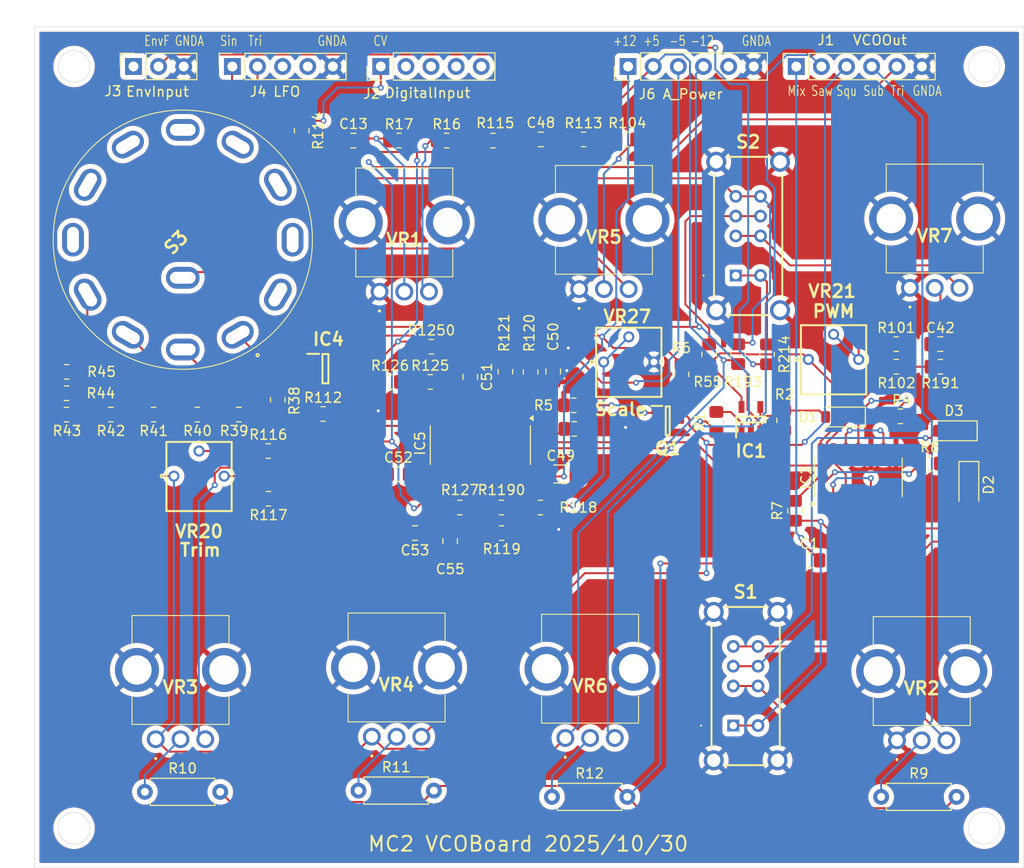
<source format=kicad_pcb>
(kicad_pcb (version 20241229) (generator "pcbnew") (generator_version "9.0")
  (layers (0 "F.Cu" signal) (2 "B.Cu" signal) (13 "F.Paste" user) (15 "B.Paste" user) (5 "F.SilkS" user "F.Silkscreen") (7 "B.SilkS" user "B.Silkscreen") (1 "F.Mask" user) (3 "B.Mask" user) (25 "Edge.Cuts" user))
  (net 0 "")
  (net 1 "VCOWave")
  (net 2 "Net-(C1-Pad1)")
  (net 3 "Net-(VR1-WIPER)")
  (net 4 "GNDA")
  (net 5 "Vpwm")
  (net 6 "Net-(C48-Pad2)")
  (net 7 "+12VA")
  (net 8 "-5VA")
  (net 9 "Net-(C51-Pad2)")
  (net 10 "Net-(C52-Pad2)")
  (net 11 "Net-(C53-Pad2)")
  (net 12 "Net-(C55-Pad2)")
  (net 13 "Net-(D1-A)")
  (net 14 "Net-(D1-K)")
  (net 15 "Sub2octPW")
  (net 16 "Sub1oct")
  (net 17 "Sub2oct")
  (net 18 "-12VA")
  (net 19 "+5VA")
  (net 20 "Net-(IC1-INPUT_+)")
  (net 21 "Net-(IC2A-D)")
  (net 22 "Net-(IC2A-C)")
  (net 23 "Net-(IC2A-Q)")
  (net 24 "Net-(IC2B-D)")
  (net 25 "Net-(IC4-INPUT_-)")
  (net 26 "RANGE_C")
  (net 27 "Vtri")
  (net 28 "Vso")
  (net 29 "VP")
  (net 30 "Net-(IC5-Pad14)")
  (net 31 "Net-(IC5-Pad1)")
  (net 32 "Net-(IC5-Pad2)")
  (net 33 "Net-(IC5-Pad13)")
  (net 34 "Vfci")
  (net 35 "Net-(IC5-Pad7)")
  (net 36 "SubVP")
  (net 37 "VPseparate")
  (net 38 "Triangle")
  (net 39 "Square")
  (net 40 "Sine")
  (net 41 "Randum")
  (net 43 "EnvFlt")
  (net 45 "CV")
  (net 49 "Net-(Q1-B)")
  (net 50 "Net-(VR2-WIPER)")
  (net 51 "Net-(VR3-WIPER)")
  (net 52 "Net-(VR4-WIPER)")
  (net 53 "Net-(VR6-WIPER)")
  (net 54 "Net-(VR1-CW)")
  (net 55 "RANGE_16")
  (net 56 "RANGE_8")
  (net 57 "RANGE_4")
  (net 58 "RANGE_2")
  (net 59 "Net-(R42-Pad2)")
  (net 60 "PWM_S_MAN")
  (net 61 "Net-(VR21-CW)")
  (net 62 "Net-(R101-Pad1)")
  (net 63 "Net-(VR5-WIPER)")
  (net 64 "Net-(VR20-WIPER)")
  (net 65 "Net-(VR20-CW)")
  (net 66 "Net-(VR27-CCW)")
  (net 67 "Net-(R119-Pad2)")
  (net 68 "Net-(R125-Pad1)")
  (net 69 "Net-(VR7-WIPER)")
  (net 70 "PWM_S_ENV")
  (net 71 "PWMSource")
  (net 76 "unconnected-(S3-NO_9-Pad9)")
  (footprint "Resistor_SMD:R_0805_2012Metric_Pad1.20x1.40mm_HandSolder" (layer "F.Cu") (at 113.009 54.489 -90)
    (property "Reference" "R114")
    (property "Value" "0805W8F1003T5E")
  )
  (footprint "Resistor_SMD:R_0805_2012Metric_Pad1.20x1.40mm_HandSolder" (layer "F.Cu") (at 106.664 83.185 180)
    (property "Reference" "R39")
    (property "Value" "0805W8F2003T5E")
  )
  (footprint "Resistor_SMD:R_0805_2012Metric_Pad1.20x1.40mm_HandSolder" (layer "F.Cu") (at 161.777 83.778 90)
    (property "Reference" "R2")
    (property "Value" "0805w8f4703t5e")
  )
  (footprint "Connector_PinSocket_2.54mm:PinSocket_1x03_P2.54mm_Vertical" (layer "F.Cu") (at 96 48 90)
    (property "Reference" "J3")
    (property "Value" "EnvInput")
  )
  (footprint "Resistor_THT:R_Axial_DIN0207_L6.3mm_D2.5mm_P7.62mm_Horizontal" (layer "F.Cu") (at 138.303 121.827)
    (property "Reference" "R12")
    (property "Value" "470K")
  )
  (footprint "Resistor_SMD:R_0805_2012Metric_Pad1.20x1.40mm_HandSolder" (layer "F.Cu") (at 177.565 78.349 180)
    (property "Reference" "R191")
    (property "Value" "0805W8F1003T5E")
  )
  (footprint "Resistor_SMD:R_0805_2012Metric_Pad1.20x1.40mm_HandSolder" (layer "F.Cu") (at 126.111 76.327)
    (property "Reference" "R1250")
    (property "Value" "0805W8F4703T5E")
  )
  (footprint "Capacitor_SMD:C_0805_2012Metric_Pad1.18x1.45mm_HandSolder" (layer "F.Cu") (at 130.048 79.375 -90)
    (property "Reference" "C51")
    (property "Value" "CL21B103KBANNNC")
  )
  (footprint "Resistor_SMD:R_0805_2012Metric_Pad1.20x1.40mm_HandSolder" (layer "F.Cu") (at 141.497 55.372 180)
    (property "Reference" "R113")
    (property "Value" "0805W8F5600T5E")
  )
  (footprint "Resistor_SMD:R_0805_2012Metric_Pad1.20x1.40mm_HandSolder" (layer "F.Cu") (at 133.2005 95.163)
    (property "Reference" "R1190")
    (property "Value" "0805W8F4703T5E")
  )
  (footprint "Resistor_SMD:R_0805_2012Metric_Pad1.20x1.40mm_HandSolder" (layer "F.Cu") (at 115.169 83.124)
    (property "Reference" "R112")
    (property "Value" "0805W8F1003T5E")
  )
  (footprint "Resistor_SMD:R_0805_2012Metric_Pad1.20x1.40mm_HandSolder" (layer "F.Cu") (at 133.2005 92.583 180)
    (property "Reference" "R119")
    (property "Value" "0805W8F1004T5E")
  )
  (footprint "Resistor_SMD:R_0805_2012Metric_Pad1.20x1.40mm_HandSolder" (layer "F.Cu") (at 89.233 81.026 180)
    (property "Reference" "R44")
    (property "Value" "0805W8F2003T5E")
  )
  (footprint "Capacitor_SMD:C_0805_2012Metric_Pad1.18x1.45mm_HandSolder" (layer "F.Cu") (at 138.43 78.8295 90)
    (property "Reference" "C50")
    (property "Value" "CL21A225KBQNNNE")
  )
  (footprint "SamacSys_parts:SOT95P282X145-5N" (layer "F.Cu") (at 115.407 78.547)
    (property "Reference" "IC4")
    (property "Value" "AS321KTR-G1" (hide yes))
  )
  (footprint "SamacSys_parts:RK09D117000B" (layer "F.Cu") (at 174.493 70.373)
    (property "Reference" "VR7")
    (property "Value" "PWM Duty10KB" (hide yes))
  )
  (footprint "Resistor_SMD:R_0805_2012Metric_Pad1.20x1.40mm_HandSolder" (layer "F.Cu") (at 173.5328 83.3628 180)
    (property "Reference" "R4")
    (property "Value" "0805W8F4702T5E")
  )
  (footprint "Resistor_SMD:R_0805_2012Metric_Pad1.20x1.40mm_HandSolder" (layer "F.Cu") (at 127.67 55.489)
    (property "Reference" "R16")
    (property "Value" "0805W8F1002T5E")
  )
  (footprint "SamacSys_parts:3362P_1" (layer "F.Cu") (at 146.069 81.397)
    (property "Reference" "VR27")
    (property "Value" "3362P-1-501LF" (hide yes))
  )
  (footprint "Resistor_SMD:R_0805_2012Metric_Pad1.20x1.40mm_HandSolder" (layer "F.Cu") (at 151.403 79.111 90)
    (property "Reference" "R6")
    (property "Value" "0805W8F6802T5E")
  )
  (footprint "Resistor_SMD:R_0805_2012Metric_Pad1.20x1.40mm_HandSolder" (layer "F.Cu") (at 137.1375 92.583)
    (property "Reference" "R118")
    (property "Value" "0805W8F1501T5E")
  )
  (footprint "SamacSys_parts:RK09D117000B" (layer "F.Cu") (at 141.055 70.5)
    (property "Reference" "VR5")
    (property "Value" "Mod 100KA" (hide yes))
  )
  (footprint "SamacSys_parts:MS2301L6" (layer "F.Cu") (at 156.631 114.619 90)
    (property "Reference" "S1")
    (property "Value" "MS2301L6" (hide yes))
  )
  (footprint "Resistor_SMD:R_0805_2012Metric_Pad1.20x1.40mm_HandSolder" (layer "F.Cu") (at 136.144 78.867 -90)
    (property "Reference" "R120")
    (property "Value" "0805W8F2702T5E")
  )
  (footprint "SamacSys_parts:3362P_1" (layer "F.Cu") (at 166.77 81.143)
    (property "Reference" "VR21")
    (property "Value" "3362P-1-503LF" (hide yes))
  )
  (footprint "Resistor_SMD:R_0805_2012Metric_Pad1.20x1.40mm_HandSolder" (layer "F.Cu") (at 98.044 83.185 180)
    (property "Reference" "R41")
    (property "Value" "0805W8F2003T5E")
  )
  (footprint "Resistor_SMD:R_0805_2012Metric_Pad1.20x1.40mm_HandSolder" (layer "F.Cu") (at 109.632 86.868)
    (property "Reference" "R116")
    (property "Value" "0805W8F1003T5E")
  )
  (footprint "Resistor_SMD:R_0805_2012Metric_Pad1.20x1.40mm_HandSolder" (layer "F.Cu") (at 140.5636 84.6328)
    (property "Reference" "R3" (hide yes))
    (property "Value" "0805W8F1002T5E")
  )
  (footprint "Resistor_THT:R_Axial_DIN0207_L6.3mm_D2.5mm_P7.62mm_Horizontal" (layer "F.Cu") (at 118.745 121.192)
    (property "Reference" "R11")
    (property "Value" "470K")
  )
  (footprint "Resistor_SMD:R_0805_2012Metric_Pad1.20x1.40mm_HandSolder" (layer "F.Cu") (at 154.197 77.095 -90)
    (property "Reference" "R55")
    (property "Value" "0805W8F5102T5E")
  )
  (footprint "Resistor_SMD:R_0805_2012Metric_Pad1.20x1.40mm_HandSolder" (layer "F.Cu") (at 133.604 78.851 -90)
    (property "Reference" "R121")
    (property "Value" "0805W8F5601T5E")
  )
  (footprint "Resistor_SMD:R_0805_2012Metric_Pad1.20x1.40mm_HandSolder" (layer "F.Cu") (at 109.648 91.694 180)
    (property "Reference" "R117")
    (property "Value" "0805W8F2203T5E")
  )
  (footprint "Capacitor_SMD:C_1206_3216Metric_Pad1.33x1.80mm_HandSolder" (layer "F.Cu") (at 139.192 89.194)
    (property "Reference" "C49")
    (property "Value" "GRM31CR71E106KA12")
  )
  (footprint "SamacSys_parts:RK09D117000B" (layer "F.Cu") (at 98.256 116)
    (property "Reference" "VR3")
    (property "Value" "Triangle 100KB" (hide yes))
  )
  (footprint "SamacSys_parts:RK09D117000B" (layer "F.Cu") (at 120.1 115.746)
    (property "Reference" "VR4")
    (property "Value" "Square 10KB" (hide yes))
  )
  (footprint "Capacitor_SMD:C_0805_2012Metric_Pad1.18x1.45mm_HandSolder" (layer "F.Cu") (at 177.565 76.063 180)
    (property "Reference" "C42")
    (property "Value" "CL21B103KBANNNC")
  )
  (footprint "Capacitor_SMD:C_0805_2012Metric_Pad1.18x1.45mm_HandSolder" (layer "F.Cu") (at 118.2345 55.489)
    (property "Reference" "C13")
    (property "Value" "CL21B102KBCNNNC")
  )
  (footprint "Resistor_SMD:R_0805_2012Metric_Pad1.20x1.40mm_HandSolder" (layer "F.Cu") (at 122.844 55.489)
    (property "Reference" "R17")
    (property "Value" "0805W8F1004T5E")
  )
  (footprint "SamacSys_parts:RK09D117000B" (layer "F.Cu") (at 173.181 116.112)
    (property "Reference" "VR2")
    (property "Value" "SubSquare 10KB" (hide yes))
  )
  (footprint "SamacSys_parts:SOT95P240X115-3N" (layer "F.Cu") (at 150.006 83.81)
    (property "Reference" "Q1")
    (property "Value" "SS8050(RANGE:200-350)" (hide yes))
  )
  (footprint "Resistor_SMD:R_0805_2012Metric_Pad1.20x1.40mm_HandSolder" (layer "F.Cu") (at 157.118 77.079 -90)
    (property "Reference" "R193")
    (property "Value" "0805W8F3302T5E")
  )
  (footprint "Resistor_THT:R_Axial_DIN0207_L6.3mm_D2.5mm_P7.62mm_Horizontal" (layer "F.Cu") (at 171.577 121.827)
    (property "Reference" "R9")
    (property "Value" "1M")
  )
  (footprint "Resistor_SMD:R_0805_2012Metric_Pad1.20x1.40mm_HandSolder" (layer "F.Cu") (at 110.5916 81.6864 90)
    (property "Reference" "R38")
    (property "Value" "0805W8F2003T5E")
  )
  (footprint "Resistor_SMD:R_0805_2012Metric_Pad1.20x1.40mm_HandSolder" (layer "F.Cu") (at 128.9935 92.583 180)
    (property "Reference" "R127")
    (property "Value" "0805W8F5600T5E")
  )
  (footprint "Resistor_SMD:R_0805_2012Metric_Pad1.20x1.40mm_HandSolder" (layer "F.Cu") (at 173.12 78.349 180)
    (property "Reference" "R102")
    (property "Value" "0805W8F4703T5E")
  )
  (footprint "Connector_PinSocket_2.54mm:PinSocket_1x05_P2.54mm_Vertical" (layer "F.Cu") (at 106 48 90)
    (property "Reference" "J4")
    (property "Value" "LFO")
  )
  (footprint "Resistor_SMD:R_0805_2012Metric_Pad1.20x1.40mm_HandSolder" (layer "F.Cu") (at 176.509 88.128)
    (property "Reference" "R8")
    (property "Value" "0805W8F4702T5E" (hide yes))
  )
  (footprint "Resistor_SMD:R_0805_2012Metric_Pad1.20x1.40mm_HandSolder" (layer "F.Cu") (at 162.8648 92.9132 -90)
    (property "Reference" "R7")
    (property "Value" "0805W8F4702T5E")
  )
  (footprint "Resistor_SMD:R_0805_2012Metric_Pad1.20x1.40mm_HandSolder" (layer "F.Cu") (at 89.249 78.867 180)
    (property "Reference" "R45")
    (property "Value" "0805W8F2003T5E")
  )
  (footprint "Resistor_SMD:R_0805_2012Metric_Pad1.20x1.40mm_HandSolder" (layer "F.Cu") (at 93.726 83.185 180)
    (property "Reference" "R42")
    (property "Value" "0805W8F2003T5E")
  )
  (footprint "Capacitor_SMD:C_0805_2012Metric_Pad1.18x1.45mm_HandSolder" (layer "F.Cu") (at 128.016 95.9827 90)
    (property "Reference" "C55")
    (property "Value" "CL21B103KBANNNC")
  )
  (footprint "Resistor_SMD:R_0805_2012Metric_Pad1.20x1.40mm_HandSolder" (layer "F.Cu") (at 121.936 79.883)
    (property "Reference" "R126")
    (property "Value" "0805W8F1002T5E")
  )
  (footprint "SamacSys_parts:3362P_1" (layer "F.Cu") (at 102.632 92.938)
    (property "Reference" "VR20")
    (property "Value" "3362P-1-503LF" (hide yes))
  )
  (footprint "SamacSys_parts:Cosland_RS-2688-0112-38N" (layer "F.Cu") (at 106.5404 75.1197 45)
    (property "Reference" "S3")
    (property "Value" "Cosland_RS-2688-0112-38N" (hide yes))
  )
  (footprint "Capacitor_SMD:C_0805_2012Metric_Pad1.18x1.45mm_HandSolder" (layer "F.Cu") (at 122.7836 89.2048)
    (property "Reference" "C52")
    (property "Value" "CL21B103KBANNNC")
  )
  (footprint "Diode_SMD:D_SOD-123" (layer "F.Cu") (at 180.446 90.288 -90)
    (property "Reference" "D2")
    (property "Value" "1N4148W")
  )
  (footprint "SamacSys_parts:MS2301L6" (layer "F.Cu") (at 156.885 69.124 90)
    (property "Reference" "S2")
    (property "Value" "MS2301L6" (hide yes))
  )
  (footprint "Package_SO:SOIC-14_3.9x8.7mm_P1.27mm" (layer "F.Cu") (at 169.27 89.525 90)
    (property "Reference" "IC2")
    (property "Value" "HEF4013BT,653")
  )
  (footprint "SamacSys_parts:RK09D117000B" (layer "F.Cu") (at 139.658 115.873)
    (property "Reference" "VR6")
    (property "Value" "Saw 100KB" (hide yes))
  )
  (footprint "Capacitor_SMD:C_0805_2012Metric_Pad1.18x1.45mm_HandSolder" (layer "F.Cu") (at 137.179 55.372)
    (property "Reference" "C48")
    (property "Value" "CL21B103KBANNNC")
  )
  (footprint "Capacitor_SMD:C_0805_2012Metric_Pad1.18x1.45mm_HandSolder" (layer "F.Cu") (at 124.46 95.163)
    (property "Reference" "C53")
    (property "Value" "ECH-U1H102GX5")
  )
  (footprint "Capacitor_SMD:C_0805_2012Metric_Pad1.18x1.45mm_HandSolder" (layer "F.Cu") (at 164.3165 97.917)
    (property "Reference" "C1")
    (property "Value" "CL21A106KAYNNNE")
  )
  (footprint "Diode_SMD:D_SOD-123" (layer "F.Cu") (at 167.619 83.429 180)
    (property "Reference" "D1")
    (property "Value" "1N4148W")
  )
  (footprint "SamacSys_parts:SOT95P282X145-5N" (layer "F.Cu") (at 158.414 83.671 90)
    (property "Reference" "IC1")
    (property "Value" "AS321KTR-G1" (hide yes))
  )
  (footprint "Resistor_SMD:R_0805_2012Metric_Pad1.20x1.40mm_HandSolder" (layer "F.Cu") (at 154.919 83.921 90)
    (property "Reference" "R1")
    (property "Value" "0805W8F3302T5E")
  )
  (footprint "Resistor_SMD:R_0805_2012Metric_Pad1.20x1.40mm_HandSolder" (layer "F.Cu") (at 126 79.883)
    (property "Reference" "R125")
    (property "Value" "0805W8F1004T5E")
  )
  (footprint "Resistor_SMD:R_0805_2012Metric_Pad1.20x1.40mm_HandSolder" (layer "F.Cu") (at 89.233 83.185 180)
    (property "Reference" "R43")
    (property "Value" "0805W8F2003T5E")
  )
  (footprint "Resistor_SMD:R_0805_2012Metric_Pad1.20x1.40mm_HandSolder" (layer "F.Cu") (at 140.5128 82.2452)
    (property "Reference" "R5")
    (property "Value" "0805W8F1001T5E")
  )
  (footprint "Resistor_SMD:R_0805_2012Metric_Pad1.20x1.40mm_HandSolder" (layer "F.Cu") (at 160.039 77.095 90)
    (property "Reference" "R214")
    (property "Value" "0805W8F1002T5E")
  )
  (footprint "Resistor_THT:R_Axial_DIN0207_L6.3mm_D2.5mm_P7.62mm_Horizontal" (layer "F.Cu") (at 97.155 121.319)
    (property "Reference" "R10")
    (property "Value" "390K")
  )
  (footprint "Connector_PinHeader_2.54mm:PinHeader_1x05_P2.54mm_Vertical" (layer "F.Cu") (at 121 48 90)
    (property "Reference" "J2")
    (property "Value" "DigitalInput")
  )
  (footprint "Package_SO:SOP-16_3.9x9.9mm_P1.27mm" (layer "F.Cu") (at 131.064 86.273 -90)
    (property "Reference" "IC5")
    (property "Value" "V3340M")
  )
  (footprint "Diode_SMD:D_SOD-123" (layer "F.Cu") (at 178.922 84.826 180)
    (property "Reference" "D3")
    (property "Value" "1N4148W")
  )
  (footprint "Connector_PinHeader_2.54mm:PinHeader_1x06_P2.54mm_Vertical" (layer "F.Cu") (at 146 48 90)
    (property "Reference" "J6")
    (property "Value" "A_Power")
  )
  (footprint "Connector_PinSocket_2.54mm:PinSocket_1x06_P2.54mm_Vertical" (layer "F.Cu") (at 163 48.006 90)
    (property "Reference" "J1")
    (property "Value" "VCOOut")
  )
  (footprint "Resistor_SMD:R_0805_2012Metric_Pad1.20x1.40mm_HandSolder" (layer "F.Cu") (at 145.815 55.372 180)
    (property "Reference" "R104")
    (property "Value" "0805W8F2203T5E")
  )
  (footprint "Resistor_SMD:R_0805_2012Metric_Pad1.20x1.40mm_HandSolder" (layer "F.Cu") (at 102.473 83.185 180)
    (property "Reference" "R40")
    (property "Value" "0805W8F2003T5E")
  )
  (footprint "Resistor_SMD:R_0805_2012Metric_Pad1.20x1.40mm_HandSolder" (layer "F.Cu") (at 173.104 76.063)
    (property "Reference" "R101")
    (property "Value" "0805W8F5102T5E")
  )
  (footprint "SamacSys_parts:RK09D117000B" (layer "F.Cu") (at 120.876 70.7603)
    (property "Reference" "VR1")
    (property "Value" "Tune 10KB" (hide yes))
  )
  (footprint "Resistor_SMD:R_0805_2012Metric_Pad1.20x1.40mm_HandSolder" (layer "F.Cu") (at 132.353 55.489 180)
    (property "Reference" "R115")
    (property "Value" "0805W8F4703T5E")
  )
  (gr_circle (center 90 125) (end 91.6 125) (stroke (width 0.05)) (fill no) (layer "Edge.Cuts"))
  (gr_circle (center 182 125) (end 183.6 125) (stroke (width 0.05)) (fill no) (layer "Edge.Cuts"))
  (gr_circle (center 90 48) (end 91.6 48) (stroke (width 0.05)) (fill no) (layer "Edge.Cuts"))
  (gr_rect (start 86 44) (end 186 129) (stroke (width 0.05)) (fill no) (layer "Edge.Cuts"))
  (gr_circle (center 182 48) (end 183.6 48) (stroke (width 0.05)) (fill no) (layer "Edge.Cuts"))
  (gr_text "GNDA" (at 174.7012 51.054 0) (layer "F.SilkS") (effects (font (size 1 0.75) (thickness 0.1)) (justify left bottom)))
  (gr_text "Sin" (at 104.6988 46 0) (layer "F.SilkS") (effects (font (size 1 0.75) (thickness 0.1)) (justify left bottom)))
  (gr_text "Scale" (at 145.2372 82.6516 0) (layer "F.SilkS") (effects (font (size 1.27 1.27) (thickness 0.254))))
  (gr_text "EnvF" (at 97.028 46 0) (layer "F.SilkS") (effects (font (size 1 0.75) (thickness 0.1)) (justify left bottom)))
  (gr_text "GNDA" (at 157.4292 46 0) (layer "F.SilkS") (effects (font (size 1 0.75) (thickness 0.1)) (justify left bottom)))
  (gr_text "+12" (at 144.4244 46 0) (layer "F.SilkS") (effects (font (size 1 0.75) (thickness 0.1)) (justify left bottom)))
  (gr_text "GNDA" (at 100.1268 46 0) (layer "F.SilkS") (effects (font (size 1 0.75) (thickness 0.1)) (justify left bottom)))
  (gr_text "+5" (at 147.4724 46 0) (layer "F.SilkS") (effects (font (size 1 0.75) (thickness 0.1)) (justify left bottom)))
  (gr_text "Trim" (at 102.7684 96.8756 0) (layer "F.SilkS") (effects (font (size 1.27 1.27) (thickness 0.254))))
  (gr_text "GNDA" (at 114.554 46 0) (layer "F.SilkS") (effects (font (size 1 0.75) (thickness 0.1)) (justify left bottom)))
  (gr_text "Squ" (at 166.9796 51.054 0) (layer "F.SilkS") (effects (font (size 1 0.75) (thickness 0.1)) (justify left bottom)))
  (gr_text "CV" (at 120.1928 46 0) (layer "F.SilkS") (effects (font (size 1 0.75) (thickness 0.1)) (justify left bottom)))
  (gr_text "-5" (at 150.114 46 0) (layer "F.SilkS") (effects (font (size 1 0.75) (thickness 0.1)) (justify left bottom)))
  (gr_text "Tri" (at 107.5436 46 0) (layer "F.SilkS") (effects (font (size 1 0.75) (thickness 0.1)) (justify left bottom)))
  (gr_text "Mix" (at 162.052 51.054 0) (layer "F.SilkS") (effects (font (size 1 0.75) (thickness 0.1)) (justify left bottom)))
  (gr_text "Saw" (at 164.4396 51.054 0) (layer "F.SilkS") (effects (font (size 1 0.75) (thickness 0.1)) (justify left bottom)))
  (gr_text "Sub" (at 169.7228 51.054 0) (layer "F.SilkS") (effects (font (size 1 0.75) (thickness 0.1)) (justify left bottom)))
  (gr_text "Tri" (at 172.466 51.054 0) (layer "F.SilkS") (effects (font (size 1 0.75) (thickness 0.1)) (justify left bottom)))
  (gr_text "MC2 VCOBoard 2025/10/30" (at 119.5832 127.4572 0) (layer "F.SilkS") (effects (font (size 1.5 1.5) (thickness 0.2)) (justify left bottom)))
  (gr_text "-12" (at 152.2476 46 0) (layer "F.SilkS") (effects (font (size 1 0.75) (thickness 0.1)) (justify left bottom)))
  (gr_text "PWM" (at 166.77 72.7456 0) (layer "F.SilkS") (effects (font (size 1.27 1.27) (thickness 0.254))))
  (segment (start 165.437 98) (end 165.3955 97.9585) (width 0.2) (layer "F.Cu") (net 1))
  (segment (start 165.354 97.917) (end 163.4963 96.0593) (width 0.2) (layer "F.Cu") (net 1))
  (segment (start 165.3955 97.9585) (end 165.354 97.917) (width 0.2) (layer "F.Cu") (net 1))
  (segment (start 163.4963 96.0593) (end 163.4963 95.6481) (width 0.2) (layer "F.Cu") (net 1))
  (via (at 163.4963 95.6481) (size 0.6) (drill 0.3) (layers "F.Cu" "B.Cu") (net 1))
  (segment (start 163 95.1518) (end 163 48.006) (width 0.2) (layer "B.Cu") (net 1))
  (segment (start 163.4963 95.6481) (end 163 95.1518) (width 0.2) (layer "B.Cu") (net 1))
  (segment (start 125.217 122.34) (end 126.365 121.192) (width 0.2) (layer "F.Cu") (net 2))
  (segment (start 178.057 122.967) (end 179.197 121.827) (width 0.2) (layer "F.Cu") (net 2))
  (segment (start 105.796 122.34) (end 125.217 122.34) (width 0.2) (layer "F.Cu") (net 2))
  (segment (start 149.264 98.2311) (end 162.965 98.2311) (width 0.2) (layer "F.Cu") (net 2))
  (segment (start 126.365 121.192) (end 126.836 120.721) (width 0.2) (layer "F.Cu") (net 2))
  (segment (start 147.063 122.967) (end 178.057 122.967) (width 0.2) (layer "F.Cu") (net 2))
  (segment (start 126.836 120.721) (end 144.817 120.721) (width 0.2) (layer "F.Cu") (net 2))
  (segment (start 144.817 120.721) (end 145.923 121.827) (width 0.2) (layer "F.Cu") (net 2))
  (segment (start 145.923 121.827) (end 147.063 122.967) (width 0.2) (layer "F.Cu") (net 2))
  (segment (start 162.965 98.2311) (end 163.279 97.917) (width 0.2) (layer "F.Cu") (net 2))
  (segment (start 104.775 121.319) (end 105.796 122.34) (width 0.2) (layer "F.Cu") (net 2))
  (via (at 149.264 98.2311) (size 0.6) (drill 0.3) (layers "F.Cu" "B.Cu") (net 2))
  (segment (start 149.263 118.487) (end 149.263 98.2311) (width 0.2) (layer "B.Cu") (net 2))
  (segment (start 145.923 121.827) (end 149.263 118.487) (width 0.2) (layer "B.Cu") (net 2))
  (segment (start 149.263 98.2311) (end 149.264 98.2311) (width 0.2) (layer "B.Cu") (net 2))
  (segment (start 121.635 55.2801) (end 120.552 55.2801) (width 0.2) (layer "F.Cu") (net 3))
  (segment (start 120.552 55.2801) (end 119.481 55.2801) (width 0.2) (layer "F.Cu") (net 3))
  (segment (start 119.481 55.2801) (end 119.272 55.489) (width 0.2) (layer "F.Cu") (net 3))
  (segment (start 121.844 55.489) (end 121.635 55.2801) (width 0.2) (layer "F.Cu") (net 3))
  (via (at 120.552 55.2801) (size 0.6) (drill 0.3) (layers "F.Cu" "B.Cu") (net 3))
  (segment (start 123.376 58.1043) (end 120.552 55.2801) (width 0.2) (layer "B.Cu") (net 3))
  (segment (start 123.376 70.7603) (end 123.376 58.1043) (width 0.2) (layer "B.Cu") (net 3))
  (via (at 138.989 94.7928) (size 0.6) (drill 0.3) (layers "F.Cu" "B.Cu") (net 4))
  (via (at 139.802 78.74) (size 0.6) (drill 0.3) (layers "F.Cu" "B.Cu") (net 4))
  (via (at 145.745 84.4804) (size 0.6) (drill 0.3) (layers "F.Cu" "B.Cu") (net 4))
  (via (at 139.954 76.454) (size 0.6) (drill 0.3) (layers "F.Cu" "B.Cu") (net 4))
  (via (at 120.752 82.804) (size 0.6) (drill 0.3) (layers "F.Cu" "B.Cu") (net 4))
  (segment (start 176.528 77.1872) (end 176.5275 77.1867) (width 0.2) (layer "F.Cu") (net 5))
  (segment (start 170.555 80.7973) (end 168.349 83.0029) (width 0.2) (layer "F.Cu") (net 5))
  (segment (start 176.528 78.3115) (end 176.565 78.349) (width 0.2) (layer "F.Cu") (net 5))
  (segment (start 166.095 88.0509) (end 165.81 88.3362) (width 0.2) (layer "F.Cu") (net 5))
  (segment (start 138.328 85.4964) (end 131.717 85.4964) (width 0.2) (layer "F.Cu") (net 5))
  (segment (start 166.095 86.0086) (end 166.095 88.0509) (width 0.2) (layer "F.Cu") (net 5))
  (segment (start 171.672 80.7973) (end 170.555 80.7973) (width 0.2) (layer "F.Cu") (net 5))
  (segment (start 152.795 85.981) (end 138.813 85.981) (width 0.2) (layer "F.Cu") (net 5))
  (segment (start 155.15 88.3362) (end 152.795 85.981) (width 0.2) (layer "F.Cu") (net 5))
  (segment (start 176.528 77.1872) (end 176.528 78.3115) (width 0.2) (layer "F.Cu") (net 5))
  (segment (start 130.429 84.2086) (end 130.429 83.773) (width 0.2) (layer "F.Cu") (net 5))
  (segment (start 168.349 83.7546) (end 166.095 86.0086) (width 0.2) (layer "F.Cu") (net 5))
  (segment (start 174.12 78.349) (end 171.672 80.7973) (width 0.2) (layer "F.Cu") (net 5))
  (segment (start 176.565 78.349) (end 174.12 78.349) (width 0.2) (layer "F.Cu") (net 5))
  (segment (start 176.5275 77.1867) (end 176.5275 76.063) (width 0.2) (layer "F.Cu") (net 5))
  (segment (start 176.528 76.063) (end 176.528 77.1872) (width 0.2) (layer "F.Cu") (net 5))
  (segment (start 131.619 85.3986) (end 130.429 84.2086) (width 0.2) (layer "F.Cu") (net 5))
  (segment (start 165.81 88.3362) (end 155.15 88.3362) (width 0.2) (layer "F.Cu") (net 5))
  (segment (start 131.717 85.4964) (end 131.619 85.3986) (width 0.2) (layer "F.Cu") (net 5))
  (segment (start 168.349 83.0029) (end 168.349 83.7546) (width 0.2) (layer "F.Cu") (net 5))
  (segment (start 138.813 85.981) (end 138.328 85.4964) (width 0.2) (layer "F.Cu") (net 5))
  (segment (start 140.497 55.372) (end 138.216 55.372) (width 0.2) (layer "F.Cu") (net 6))
  (segment (start 137.6295 89.194) (end 137.062 89.194) (width 0.2) (layer "F.Cu") (net 7))
  (segment (start 165.46 85.8941) (end 165.46 87.05) (width 0.2) (layer "F.Cu") (net 7))
  (segment (start 157.713 77.095) (end 163.712 77.095) (width 0.2) (layer "F.Cu") (net 7))
  (segment (start 137.062 93.3201) (end 135.219 95.163) (width 0.2) (layer "F.Cu") (net 7))
  (segment (start 154.197 78.111) (end 154.197 78.095) (width 0.2) (layer "F.Cu") (net 7))
  (segment (start 154.197 78.111) (end 151.403 78.111) (width 0.2) (layer "F.Cu") (net 7))
  (segment (start 119.954 75.2018) (end 143.254 75.2018) (width 0.2) (layer "F.Cu") (net 7))
  (segment (start 157.464 81.378) (end 154.197 78.111) (width 0.2) (layer "F.Cu") (net 7))
  (segment (start 157.464 82.421) (end 157.464 81.378) (width 0.2) (layer "F.Cu") (net 7))
  (segment (start 164.23 77.613) (end 166.759 80.1416) (width 0.2) (layer "F.Cu") (net 7))
  (segment (start 139.519 89.437) (end 137.872 89.437) (width 0.2) (layer "F.Cu") (net 7))
  (segment (start 137.872 89.437) (end 137.63 89.194) (width 0.2) (layer "F.Cu") (net 7))
  (segment (start 134.2005 95.163) (end 134.2 95.163) (width 0.2) (layer "F.Cu") (net 7))
  (segment (start 135.219 95.163) (end 134.2005 95.163) (width 0.2) (layer "F.Cu") (net 7))
  (segment (start 149.746 76.454) (end 151.403 78.111) (width 0.2) (layer "F.Cu") (net 7))
  (segment (start 144.506 76.454) (end 149.746 76.454) (width 0.2) (layer "F.Cu") (net 7))
  (segment (start 163.712 77.095) (end 164.23 77.613) (width 0.2) (layer "F.Cu") (net 7))
  (segment (start 157.614 76.9962) (end 157.713 77.095) (width 0.2) (layer "F.Cu") (net 7))
  (segment (start 166.759 84.5955) (end 165.46 85.8941) (width 0.2) (layer "F.Cu") (net 7))
  (segment (start 137.062 89.194) (end 137.062 93.3201) (width 0.2) (layer "F.Cu") (net 7))
  (segment (start 137.63 89.194) (end 137.6295 89.194) (width 0.2) (layer "F.Cu") (net 7))
  (segment (start 155.296 76.9962) (end 157.614 76.9962) (width 0.2) (layer "F.Cu") (net 7))
  (segment (start 116.657 77.597) (end 117.559 77.597) (width 0.2) (layer "F.Cu") (net 7))
  (segment (start 166.759 80.1416) (end 166.759 84.5955) (width 0.2) (layer "F.Cu") (net 7))
  (segment (start 117.559 77.597) (end 119.954 75.2018) (width 0.2) (layer "F.Cu") (net 7))
  (segment (start 154.197 78.095) (end 155.296 76.9962) (width 0.2) (layer "F.Cu") (net 7))
  (segment (start 143.368 75.3166) (end 144.506 76.454) (width 0.2) (layer "F.Cu") (net 7))
  (segment (start 137.062 89.194) (end 135.93 89.194) (width 0.2) (layer "F.Cu") (net 7))
  (segment (start 135.93 89.194) (end 135.509 88.773) (width 0.2) (layer "F.Cu") (net 7))
  (segment (start 143.254 75.2018) (end 143.368 75.3166) (width 0.2) (layer "F.Cu") (net 7))
  (via (at 139.519 89.437) (size 0.6) (drill 0.3) (layers "F.Cu" "B.Cu") (net 7))
  (via (at 143.368 75.3166) (size 0.6) (drill 0.3) (layers "F.Cu" "B.Cu") (net 7))
  (segment (start 144.805 62.6246) (end 144.805 73.8801) (width 0.2) (layer "B.Cu") (net 7))
  (segment (start 143.368 76.4939) (end 139.519 80.343) (width 0.2) (layer "B.Cu") (net 7))
  (segment (start 143.368 75.3166) (end 143.368 76.4939) (width 0.2) (layer "B.Cu") (net 7))
  (segment (start 139.519 80.343) (end 139.519 89.437) (width 0.2) (layer "B.Cu") (net 7))
  (segment (start 144.805 73.8801) (end 143.368 75.3166) (width 0.2) (layer "B.Cu") (net 7))
  (segment (start 146 48) (end 146 61.4296) (width 0.2) (layer "B.Cu") (net 7))
  (segment (start 146 61.4296) (end 144.805 62.6246) (width 0.2) (layer "B.Cu") (net 7))
  (segment (start 133.604 77.851) (end 136.136 77.851) (width 0.2) (layer "F.Cu") (net 8))
  (segment (start 143.358 79.9592) (end 141.19 77.792) (width 0.2) (layer "F.Cu") (net 8))
  (segment (start 132.969 83.773) (end 132.563 83.3672) (width 0.2) (layer "F.Cu") (net 8))
  (segment (start 141.19 77.792) (end 138.43 77.792) (width 0.2) (layer "F.Cu") (net 8))
  (segment (start 136.144 77.859) (end 136.144 77.867) (width 0.2) (layer "F.Cu") (net 8))
  (segment (start 136.144 77.859) (end 138.363 77.859) (width 0.2) (layer "F.Cu") (net 8))
  (segment (start 146.812 79.9592) (end 143.358 79.9592) (width 0.2) (layer "F.Cu") (net 8))
  (segment (start 138.363 77.859) (end 138.43 77.792) (width 0.2) (layer "F.Cu") (net 8))
  (segment (start 136.136 77.851) (end 136.144 77.859) (width 0.2) (layer "F.Cu") (net 8))
  (segment (start 132.563 83.3672) (end 132.563 78.8918) (width 0.2) (layer "F.Cu") (net 8))
  (segment (start 132.563 78.8918) (end 133.604 77.851) (width 0.2) (layer "F.Cu") (net 8))
  (via (at 146.812 79.9592) (size 0.6) (drill 0.3) (layers "F.Cu" "B.Cu") (net 8))
  (segment (start 150.165 77.6682) (end 151.08 76.753) (width 0.2) (layer "B.Cu") (net 8))
  (segment (start 150.165 79.0956) (end 150.165 77.6682) (width 0.2) (layer "B.Cu") (net 8))
  (segment (start 146.964 79.8068) (end 149.454 79.8068) (width 0.2) (layer "B.Cu") (net 8))
  (segment (start 151.08 76.753) (end 151.08 48) (width 0.2) (layer "B.Cu") (net 8))
  (segment (start 149.454 79.8068) (end 150.165 79.0956) (width 0.2) (layer "B.Cu") (net 8))
  (segment (start 146.812 79.9592) (end 146.964 79.8068) (width 0.2) (layer "B.Cu") (net 8))
  (segment (start 129.159 81.3015) (end 130.048 80.4125) (width 0.2) (layer "F.Cu") (net 9))
  (segment (start 129.159 83.773) (end 129.159 81.3015) (width 0.2) (layer "F.Cu") (net 9))
  (segment (start 123.8211 89.2048) (end 126.187 89.2048) (width 0.2) (layer "F.Cu") (net 10))
  (segment (start 126.187 89.2048) (end 126.619 88.773) (width 0.2) (layer "F.Cu") (net 10))
  (segment (start 123.821 89.2048) (end 123.8211 89.2048) (width 0.2) (layer "F.Cu") (net 10))
  (segment (start 125.4975 95.163) (end 125.498 95.163) (width 0.2) (layer "F.Cu") (net 11))
  (segment (start 126.752 91.5895) (end 129.159 89.1823) (width 0.2) (layer "F.Cu") (net 11))
  (segment (start 129.159 89.1823) (end 129.159 88.773) (width 0.2) (layer "F.Cu") (net 11))
  (segment (start 126.752 93.9087) (end 126.752 91.5895) (width 0.2) (layer "F.Cu") (net 11))
  (segment (start 125.498 95.163) (end 126.752 93.9087) (width 0.2) (layer "F.Cu") (net 11))
  (segment (start 128.016 94.1646) (end 128.016 92.6055) (width 0.2) (layer "F.Cu") (net 12))
  (segment (start 128.016 94.1646) (end 127.975 94.2056) (width 0.2) (layer "F.Cu") (net 12))
  (segment (start 127.9935 92.583) (end 127.9938 92.583) (width 0.2) (layer "F.Cu") (net 12))
  (segment (start 127.9938 92.583) (end 128.005 92.5942) (width 0.2) (layer "F.Cu") (net 12))
  (segment (start 127.975 95.1442) (end 127.956 95.163) (width 0.2) (layer "F.Cu") (net 12))
  (segment (start 127.975 94.2056) (end 127.975 95.1442) (width 0.2) (layer "F.Cu") (net 12))
  (segment (start 128.005 92.5942) (end 127.994 92.583) (width 0.2) (layer "F.Cu") (net 12))
  (segment (start 128.016 92.6055) (end 128.005 92.5942) (width 0.2) (layer "F.Cu") (net 12))
  (segment (start 127.994 95.1255) (end 127.975 95.1442) (width 0.2) (layer "F.Cu") (net 12))
  (segment (start 128.016 94.9452) (end 128.016 94.1646) (width 0.2) (layer "F.Cu") (net 12))
  (segment (start 159.364 83.3227) (end 161.232 83.3227) (width 0.2) (layer "F.Cu") (net 13))
  (segment (start 165.969 83.429) (end 165.318 82.778) (width 0.2) (layer "F.Cu") (net 13))
  (segment (start 165.318 82.778) (end 161.777 82.778) (width 0.2) (layer "F.Cu") (net 13))
  (segment (start 159.364 82.421) (end 159.364 83.3227) (width 0.2) (layer "F.Cu") (net 13))
  (segment (start 161.232 83.3227) (end 161.777 82.778) (width 0.2) (layer "F.Cu") (net 13))
  (segment (start 174.142 81.7372) (end 172.533 83.3468) (width 0.2) (layer "F.Cu") (net 14))
  (segment (start 169.27 87.05) (end 169.27 83.43) (width 0.2) (layer "F.Cu") (net 14))
  (segment (start 169.27 83.43) (end 169.269 83.429) (width 0.2) (layer "F.Cu") (net 14))
  (segment (start 169.107 83.2672) (end 169.269 83.429) (width 0.2) (layer "F.Cu") (net 14))
  (segment (start 172.533 83.3468) (end 172.533 83.3628) (width 0.2) (layer "F.Cu") (net 14))
  (segment (start 172.5328 83.3628) (end 172.533 83.3628) (width 0.2) (layer "F.Cu") (net 14))
  (segment (start 170.586 81.788) (end 169.107 83.2672) (width 0.2) (layer "F.Cu") (net 14))
  (via (at 174.142 81.7372) (size 0.6) (drill 0.3) (layers "F.Cu" "B.Cu") (net 14))
  (via (at 170.586 81.788) (size 0.6) (drill 0.3) (layers "F.Cu" "B.Cu") (net 14))
  (segment (start 170.586 81.788) (end 174.092 81.788) (width 0.2) (layer "B.Cu") (net 14))
  (segment (start 174.092 81.788) (end 174.142 81.7372) (width 0.2) (layer "B.Cu") (net 14))
  (segment (start 175.19 98.3704) (end 175.19 97.5992) (width 0.2) (layer "F.Cu") (net 15))
  (segment (start 181.374 92.8355) (end 181.374 89.5656) (width 0.2) (layer "F.Cu") (net 15))
  (segment (start 178.181 96.0282) (end 181.374 92.8355) (width 0.2) (layer "F.Cu") (net 15))
  (segment (start 180.572 84.826) (end 180.446 84.952) (width 0.2) (layer "F.Cu") (net 15))
  (segment (start 176.761 96.0282) (end 178.181 96.0282) (width 0.2) (layer "F.Cu") (net 15))
  (segment (start 156.631 106.619) (end 159.131 106.619) (width 0.2) (layer "F.Cu") (net 15))
  (segment (start 166.941 106.619) (end 175.19 98.3704) (width 0.2) (layer "F.Cu") (net 15))
  (segment (start 181.374 89.5656) (end 180.446 88.638) (width 0.2) (layer "F.Cu") (net 15))
  (segment (start 159.131 106.619) (end 166.941 106.619) (width 0.2) (layer "F.Cu") (net 15))
  (segment (start 175.19 97.5992) (end 176.761 96.0282) (width 0.2) (layer "F.Cu") (net 15))
  (segment (start 180.446 84.952) (end 180.446 88.638) (width 0.2) (layer "F.Cu") (net 15))
  (segment (start 162.865 93.9132) (end 165.37 93.9132) (width 0.2) (layer "F.Cu") (net 16))
  (segment (start 180.446 91.938) (end 177.693 94.6912) (width 0.2) (layer "F.Cu") (net 16))
  (segment (start 162.8648 93.9132) (end 162.865 93.9132) (width 0.2) (layer "F.Cu") (net 16))
  (segment (start 177.693 94.6912) (end 166.148 94.6912) (width 0.2) (layer "F.Cu") (net 16))
  (segment (start 165.37 93.9132) (end 165.468 94.0102) (width 0.2) (layer "F.Cu") (net 16))
  (segment (start 156.631 114.619) (end 159.131 114.619) (width 0.2) (layer "F.Cu") (net 16))
  (segment (start 166.148 94.6912) (end 165.468 94.0102) (width 0.2) (layer "F.Cu") (net 16))
  (via (at 165.468 94.0102) (size 0.6) (drill 0.3) (layers "F.Cu" "B.Cu") (net 16))
  (segment (start 165.468 108.282) (end 165.468 94.0102) (width 0.2) (layer "B.Cu") (net 16))
  (segment (start 159.131 114.619) (end 165.468 108.282) (width 0.2) (layer "B.Cu") (net 16))
  (segment (start 177.509 85.063) (end 177.272 84.826) (width 0.2) (layer "F.Cu") (net 17))
  (segment (start 177.509 88.128) (end 177.509 85.063) (width 0.2) (layer "F.Cu") (net 17))
  (segment (start 159.131 108.619) (end 156.631 108.619) (width 0.2) (layer "F.Cu") (net 17))
  (segment (start 176.073 85.5522) (end 176.546 85.5522) (width 0.2) (layer "F.Cu") (net 17))
  (segment (start 176.546 85.5522) (end 177.272 84.826) (width 0.2) (layer "F.Cu") (net 17))
  (via (at 176.073 85.5522) (size 0.6) (drill 0.3) (layers "F.Cu" "B.Cu") (net 17))
  (segment (start 164.568 86.1305) (end 164.568 103.182) (width 0.2) (layer "B.Cu") (net 17))
  (segment (start 164.568 103.182) (end 159.131 108.619) (width 0.2) (layer "B.Cu") (net 17))
  (segment (start 165.146 85.5522) (end 164.568 86.1305) (width 0.2) (layer "B.Cu") (net 17))
  (segment (start 176.073 85.5522) (end 165.146 85.5522) (width 0.2) (layer "B.Cu") (net 17))
  (segment (start 114.157 78.547) (end 115.204 78.547) (width 0.2) (layer "F.Cu") (net 18))
  (segment (start 115.468 78.2828) (end 115.468 77.1144) (width 0.2) (layer "F.Cu") (net 18))
  (segment (start 115.468 77.1144) (end 118.266 74.3173) (width 0.2) (layer "F.Cu") (net 18))
  (segment (start 158.211 83.7738) (end 158.414 83.9766) (width 0.2) (layer "F.Cu") (net 18))
  (segment (start 118.266 74.3173) (end 153.196 74.3173) (width 0.2) (layer "F.Cu") (net 18))
  (segment (start 115.204 78.547) (end 115.468 78.2828) (width 0.2) (layer "F.Cu") (net 18))
  (segment (start 158.414 83.9766) (end 158.414 84.921) (width 0.2) (layer "F.Cu") (net 18))
  (via (at 153.196 74.3173) (size 0.6) (drill 0.3) (layers "F.Cu" "B.Cu") (net 18))
  (via (at 158.211 83.7738) (size 0.6) (drill 0.3) (layers "F.Cu" "B.Cu") (net 18))
  (segment (start 152.857 73.8103) (end 153.364 74.3173) (width 0.2) (layer "B.Cu") (net 18))
  (segment (start 158.211 79.1643) (end 158.211 83.7738) (width 0.2) (layer "B.Cu") (net 18))
  (segment (start 153.62 48) (end 152.857 48.7628) (width 0.2) (layer "B.Cu") (net 18))
  (segment (start 152.857 48.7628) (end 152.857 73.8103) (width 0.2) (layer "B.Cu") (net 18))
  (segment (start 153.196 74.3173) (end 153.364 74.3173) (width 0.2) (layer "B.Cu") (net 18))
  (segment (start 153.364 74.3173) (end 158.211 79.1643) (width 0.2) (layer "B.Cu") (net 18))
  (segment (start 157.118 78.079) (end 158.066 79.0267) (width 0.2) (layer "F.Cu") (net 19))
  (segment (start 156.728 77.6886) (end 157.118 78.079) (width 0.2) (layer "F.Cu") (net 19))
  (segment (start 120.1 115.746) (end 118.59 117.256) (width 0.2) (layer "F.Cu") (net 19))
  (segment (start 135.026 51.816) (end 131.353 55.489) (width 0.2) (layer "F.Cu") (net 19))
  (segment (start 148.54 48) (end 144.724 51.816) (width 0.2) (layer "F.Cu") (net 19))
  (segment (start 99.5117 117.256) (end 98.256 116) (width 0.2) (layer "F.Cu") (net 19))
  (segment (start 139.658 115.873) (end 138.563 116.968) (width 0.2) (layer "F.Cu") (net 19))
  (segment (start 88.233 78.883) (end 88.233 81.026) (width 0.2) (layer "F.Cu") (net 19))
  (segment (start 128.67 55.489) (end 131.353 55.489) (width 0.2) (layer "F.Cu") (net 19))
  (segment (start 159.364 84.002) (end 159.364 84.921) (width 0.2) (layer "F.Cu") (net 19))
  (segment (start 158.066 82.7037) (end 159.364 84.002) (width 0.2) (layer "F.Cu") (net 19))
  (segment (start 144.724 51.816) (end 135.026 51.816) (width 0.2) (layer "F.Cu") (net 19))
  (segment (start 121.322 116.968) (end 120.1 115.746) (width 0.2) (layer "F.Cu") (net 19))
  (segment (start 118.59 117.256) (end 99.5117 117.256) (width 0.2) (layer "F.Cu") (net 19))
  (segment (start 88.249 78.867) (end 88.233 78.883) (width 0.2) (layer "F.Cu") (net 19))
  (segment (start 155.658 77.6886) (end 156.728 77.6886) (width 0.2) (layer "F.Cu") (net 19))
  (segment (start 158.066 79.0267) (end 158.066 82.7037) (width 0.2) (layer "F.Cu") (net 19))
  (segment (start 94.456 89.408) (end 88.233 83.185) (width 0.2) (layer "F.Cu") (net 19))
  (segment (start 138.563 116.968) (end 121.322 116.968) (width 0.2) (layer "F.Cu") (net 19))
  (segment (start 100.092 89.408) (end 94.456 89.408) (width 0.2) (layer "F.Cu") (net 19))
  (segment (start 88.233 83.185) (end 88.233 81.026) (width 0.2) (layer "F.Cu") (net 19))
  (via (at 155.658 77.6886) (size 0.6) (drill 0.3) (layers "F.Cu" "B.Cu") (net 19))
  (segment (start 155.658 77.6886) (end 155.658 80.4476) (width 0.2) (layer "B.Cu") (net 19))
  (segment (start 152.251 74.2819) (end 155.658 77.6886) (width 0.2) (layer "B.Cu") (net 19))
  (segment (start 100.092 114.164) (end 98.256 116) (width 0.2) (layer "B.Cu") (net 19))
  (segment (start 140.958 95.1476) (end 140.958 114.573) (width 0.2) (layer "B.Cu") (net 19))
  (segment (start 149.747 46.7932) (end 151.558 46.7932) (width 0.2) (layer "B.Cu") (net 19))
  (segment (start 151.558 46.7932) (end 152.251 47.4866) (width 0.2) (layer "B.Cu") (net 19))
  (segment (start 140.958 114.573) (end 139.658 115.873) (width 0.2) (layer "B.Cu") (net 19))
  (segment (start 100.092 89.408) (end 100.092 114.164) (width 0.2) (layer "B.Cu") (net 19))
  (segment (start 152.251 47.4866) (end 152.251 74.2819) (width 0.2) (layer "B.Cu") (net 19))
  (segment (start 155.658 80.4476) (end 140.958 95.1476) (width 0.2) (layer "B.Cu") (net 19))
  (segment (start 148.54 48) (end 149.747 46.7932) (width 0.2) (layer "B.Cu") (net 19))
  (segment (start 157.464 84.921) (end 157.464 85.8227) (width 0.2) (layer "F.Cu") (net 20))
  (segment (start 160.732 85.8227) (end 161.777 84.778) (width 0.2) (layer "F.Cu") (net 20))
  (segment (start 154.919 82.921) (end 156.366 82.921) (width 0.2) (layer "F.Cu") (net 20))
  (segment (start 156.366 82.921) (end 157.464 84.0193) (width 0.2) (layer "F.Cu") (net 20))
  (segment (start 157.464 84.0193) (end 157.464 84.921) (width 0.2) (layer "F.Cu") (net 20))
  (segment (start 157.464 85.8227) (end 160.732 85.8227) (width 0.2) (layer "F.Cu") (net 20))
  (segment (start 170.54 92) (end 170.54 92.3884) (width 0.2) (layer "F.Cu") (net 21))
  (segment (start 166.73 90.276) (end 166.73 92) (width 0.2) (layer "F.Cu") (net 21))
  (segment (start 166.726 90.2716) (end 166.73 90.276) (width 0.2) (layer "F.Cu") (net 21))
  (segment (start 170.54 89.6156) (end 170.536 89.6112) (width 0.2) (layer "F.Cu") (net 21))
  (segment (start 170.54 92) (end 170.54 89.6156) (width 0.2) (layer "F.Cu") (net 21))
  (segment (start 166.73 92.4348) (end 166.73 92) (width 0.2) (layer "F.Cu") (net 21))
  (via (at 170.536 89.6112) (size 0.6) (drill 0.3) (layers "F.Cu" "B.Cu") (net 21))
  (via (at 166.726 90.2716) (size 0.6) (drill 0.3) (layers "F.Cu" "B.Cu") (net 21))
  (segment (start 166.726 90.0176) (end 166.726 90.2716) (width 0.2) (layer "B.Cu") (net 21))
  (segment (start 170.536 89.6112) (end 167.132 89.6112) (width 0.2) (layer "B.Cu") (net 21))
  (segment (start 167.132 89.6112) (end 166.726 90.0176) (width 0.2) (layer "B.Cu") (net 21))
  (segment (start 162.8648 91.9132) (end 162.865 91.9132) (width 0.2) (layer "F.Cu") (net 22))
  (segment (start 168 91.1396) (end 168 89.2252) (width 0.2) (layer "F.Cu") (net 22))
  (segment (start 167.996 91.1352) (end 168 91.1396) (width 0.2) (layer "F.Cu") (net 22))
  (segment (start 166.73 87.9552) (end 166.73 87.05) (width 0.2) (layer "F.Cu") (net 22))
  (segment (start 162.865 91.9132) (end 166.73 88.048) (width 0.2) (layer "F.Cu") (net 22))
  (segment (start 166.776 87.0964) (end 166.73 87.05) (width 0.2) (layer "F.Cu") (net 22))
  (segment (start 168 89.2252) (end 166.73 87.9552) (width 0.2) (layer "F.Cu") (net 22))
  (segment (start 168 92) (end 168 91.1396) (width 0.2) (layer "F.Cu") (net 22))
  (segment (start 166.73 88.048) (end 166.73 87.05) (width 0.2) (layer "F.Cu") (net 22))
  (segment (start 166.776 88.0016) (end 166.776 87.0964) (width 0.2) (layer "F.Cu") (net 22))
  (segment (start 166.903 89.0016) (end 165.46 90.445) (width 0.2) (layer "F.Cu") (net 23))
  (segment (start 174.432 89.2048) (end 175.509 88.128) (width 0.2) (layer "F.Cu") (net 23))
  (segment (start 165.46 90.445) (end 165.46 92) (width 0.2) (layer "F.Cu") (net 23))
  (segment (start 174.396 89.2048) (end 174.432 89.2048) (width 0.2) (layer "F.Cu") (net 23))
  (via (at 174.396 89.2048) (size 0.6) (drill 0.3) (layers "F.Cu" "B.Cu") (net 23))
  (via (at 166.903 89.0016) (size 0.6) (drill 0.3) (layers "F.Cu" "B.Cu") (net 23))
  (segment (start 174.193 89.0016) (end 174.396 89.2048) (width 0.2) (layer "B.Cu") (net 23))
  (segment (start 166.903 89.0016) (end 174.193 89.0016) (width 0.2) (layer "B.Cu") (net 23))
  (segment (start 171.81 85.0944) (end 171.81 87.05) (width 0.2) (layer "F.Cu") (net 24))
  (segment (start 171.501 84.7852) (end 171.81 85.0944) (width 0.2) (layer "F.Cu") (net 24))
  (segment (start 168 85.1872) (end 168 87.05) (width 0.2) (layer "F.Cu") (net 24))
  (segment (start 171.81 87.05) (end 171.81 87.4894) (width 0.2) (layer "F.Cu") (net 24))
  (segment (start 168 87.4299) (end 168 87.05) (width 0.2) (layer "F.Cu") (net 24))
  (segment (start 168.402 84.7852) (end 168 85.1872) (width 0.2) (layer "F.Cu") (net 24))
  (via (at 171.501 84.7852) (size 0.6) (drill 0.3) (layers "F.Cu" "B.Cu") (net 24))
  (via (at 168.402 84.7852) (size 0.6) (drill 0.3) (layers "F.Cu" "B.Cu") (net 24))
  (segment (start 171.501 84.7852) (end 168.402 84.7852) (width 0.2) (layer "B.Cu") (net 24))
  (segment (start 116.657 79.497) (end 114.169 79.497) (width 0.2) (layer "F.Cu") (net 25))
  (segment (start 114.169 79.497) (end 114.169 83.124) (width 0.2) (layer "F.Cu") (net 25))
  (segment (start 114.169 79.497) (end 114.157 79.497) (width 0.2) (layer "F.Cu") (net 25))
  (segment (start 114.157 77.597) (end 114.157 69.453) (width 0.2) (layer "F.Cu") (net 26))
  (segment (start 101.277 69.07) (end 100.99 69.3568) (width 0.2) (layer "F.Cu") (net 26))
  (segment (start 113.487 68.7832) (end 101.564 68.7832) (width 0.2) (layer "F.Cu") (net 26))
  (segment (start 101.277 69.07) (end 100.9904 69.3566) (width 0.2) (layer "F.Cu") (net 26))
  (segment (start 100.9904 69.3566) (end 100.9904 69.3569) (width 0.2) (layer "F.Cu") (net 26))
  (segment (start 114.157 69.453) (end 113.487 68.7832) (width 0.2) (layer "F.Cu") (net 26))
  (segment (start 101.564 68.7832) (end 101.277 69.07) (width 0.2) (layer "F.Cu") (net 26))
  (segment (start 153.6817 53.34) (end 167.826 53.34) (width 0.2) (layer "F.Cu") (net 27))
  (segment (start 104.81 88.5463) (end 104.22 89.1365) (width 0.2) (layer "F.Cu") (net 27))
  (segment (start 124.562 92.6592) (end 127.889 89.3318) (width 0.2) (layer "F.Cu") (net 27))
  (segment (start 122.123 85.9028) (end 120.955 85.9028) (width 0.2) (layer "F.Cu") (net 27))
  (segment (start 127.889 89.3318) (end 127.889 88.773) (width 0.2) (layer "F.Cu") (net 27))
  (segment (start 124.358 92.6592) (end 124.562 92.6592) (width 0.2) (layer "F.Cu") (net 27))
  (segment (start 120.955 85.9028) (end 119.177 87.6808) (width 0.2) (layer "F.Cu") (net 27))
  (segment (start 120.2989 58.1722) (end 148.8495 58.1722) (width 0.2) (layer "F.Cu") (net 27))
  (segment (start 119.177 87.6808) (end 112.426 87.6808) (width 0.2) (layer "F.Cu") (net 27))
  (segment (start 119.7917 57.665) (end 120.2989 58.1722) (width 0.2) (layer "F.Cu") (net 27))
  (segment (start 104.22 89.1365) (end 104.22 90.314) (width 0.2) (layer "F.Cu") (net 27))
  (segment (start 111.56 88.5463) (end 104.81 88.5463) (width 0.2) (layer "F.Cu") (net 27))
  (segment (start 148.8495 58.1722) (end 153.6817 53.34) (width 0.2) (layer "F.Cu") (net 27))
  (segment (start 167.826 53.34) (end 173.16 48.006) (width 0.2) (layer "F.Cu") (net 27))
  (segment (start 112.426 87.6808) (end 111.56 88.5463) (width 0.2) (layer "F.Cu") (net 27))
  (via (at 104.22 90.314) (size 0.6) (drill 0.3) (layers "F.Cu" "B.Cu") (net 27))
  (via (at 124.358 92.6592) (size 0.6) (drill 0.3) (layers "F.Cu" "B.Cu") (net 27))
  (via (at 119.7917 57.665) (size 0.6) (drill 0.3) (layers "F.Cu" "B.Cu") (net 27))
  (via (at 122.123 85.9028) (size 0.6) (drill 0.3) (layers "F.Cu" "B.Cu") (net 27))
  (segment (start 122.123 85.9028) (end 122.784 86.5632) (width 0.2) (layer "B.Cu") (net 27))
  (segment (start 104.22 90.314) (end 102.606 91.9282) (width 0.2) (layer "B.Cu") (net 27))
  (segment (start 122.987 91.2876) (end 124.358 92.6592) (width 0.2) (layer "B.Cu") (net 27))
  (segment (start 122.784 86.5632) (end 122.784 90.4748) (width 0.2) (layer "B.Cu") (net 27))
  (segment (start 122.784 90.4748) (end 122.987 90.678) (width 0.2) (layer "B.Cu") (net 27))
  (segment (start 102.606 91.9282) (end 102.606 115.35) (width 0.2) (layer "B.Cu") (net 27))
  (segment (start 122.123 85.9028) (end 122.123 59.9963) (width 0.2) (layer "B.Cu") (net 27))
  (segment (start 122.987 90.678) (end 122.987 91.2876) (width 0.2) (layer "B.Cu") (net 27))
  (segment (start 102.606 115.35) (end 103.256 116) (width 0.2) (layer "B.Cu") (net 27))
  (segment (start 122.123 59.9963) (end 119.7917 57.665) (width 0.2) (layer "B.Cu") (net 27))
  (segment (start 126.619 85.3694) (end 126.619 83.773) (width 0.2) (layer "F.Cu") (net 28))
  (segment (start 153.871 83.8727) (end 153.258 83.8727) (width 0.2) (layer "F.Cu") (net 28))
  (segment (start 127.203 85.9536) (end 126.619 85.3694) (width 0.2) (layer "F.Cu") (net 28))
  (segment (start 150.371 86.585) (end 138.655 86.585) (width 0.2) (layer "F.Cu") (net 28))
  (segment (start 154.919 84.921) (end 153.871 83.8727) (width 0.2) (layer "F.Cu") (net 28))
  (segment (start 138.655 86.585) (end 138.024 85.9536) (width 0.2) (layer "F.Cu") (net 28))
  (segment (start 138.024 85.9536) (end 127.203 85.9536) (width 0.2) (layer "F.Cu") (net 28))
  (via (at 150.371 86.585) (size 0.6) (drill 0.3) (layers "F.Cu" "B.Cu") (net 28))
  (via (at 153.258 83.8727) (size 0.6) (drill 0.3) (layers "F.Cu" "B.Cu") (net 28))
  (segment (start 160.8054 60.2796) (end 160.8054 71.03) (width 0.2) (layer "B.Cu") (net 28))
  (segment (start 160.0458 59.52) (end 160.8054 60.2796) (width 0.2) (layer "B.Cu") (net 28))
  (segment (start 143.946 93.0099) (end 143.946 97.409) (width 0.2) (layer "B.Cu") (net 28))
  (segment (start 159.9179 71.9175) (end 159.9179 82.9567) (width 0.2) (layer "B.Cu") (net 28))
  (segment (start 160.8054 71.03) (end 159.9179 71.9175) (width 0.2) (layer "B.Cu") (net 28))
  (segment (start 143.946 97.409) (end 143.946 98.0066) (width 0.2) (layer "B.Cu") (net 28))
  (segment (start 162.0334 46.8459) (end 160.0458 48.8335) (width 0.2) (layer "B.Cu") (net 28))
  (segment (start 165.54 48.006) (end 164.3799 46.8459) (width 0.2) (layer "B.Cu") (net 28))
  (segment (start 143.946 115.161) (end 144.658 115.873) (width 0.2) (layer "B.Cu") (net 28))
  (segment (start 159.9179 82.9567) (end 158.4969 84.3777) (width 0.2) (layer "B.Cu") (net 28))
  (segment (start 153.084 83.8727) (end 150.371 86.585) (width 0.2) (layer "B.Cu") (net 28))
  (segment (start 143.946 98.0066) (end 143.946 115.161) (width 0.2) (layer "B.Cu") (net 28))
  (segment (start 153.258 83.8727) (end 153.084 83.8727) (width 0.2) (layer "B.Cu") (net 28))
  (segment (start 160.0458 48.8335) (end 160.0458 59.52) (width 0.2) (layer "B.Cu") (net 28))
  (segment (start 153.763 84.3777) (end 153.258 83.8727) (width 0.2) (layer "B.Cu") (net 28))
  (segment (start 143.946 98.0066) (end 143.946 97.409) (width 0.2) (layer "B.Cu") (net 28))
  (segment (start 164.3799 46.8459) (end 162.0334 46.8459) (width 0.2) (layer "B.Cu") (net 28))
  (segment (start 150.371 86.585) (end 143.946 93.0099) (width 0.2) (layer "B.Cu") (net 28))
  (segment (start 158.4969 84.3777) (end 153.763 84.3777) (width 0.2) (layer "B.Cu") (net 28))
  (segment (start 131.699 84.1852) (end 132.602 85.088) (width 0.2) (layer "F.Cu") (net 29))
  (segment (start 139.108 85.088) (end 139.336 84.8604) (width 0.2) (layer "F.Cu") (net 29))
  (segment (start 131.699 83.773) (end 131.699 84.1852) (width 0.2) (layer "F.Cu") (net 29))
  (segment (start 139.336 84.8604) (end 139.564 84.6328) (width 0.2) (layer "F.Cu") (net 29))
  (segment (start 132.602 85.088) (end 139.108 85.088) (width 0.2) (layer "F.Cu") (net 29))
  (segment (start 139.336 84.8604) (end 139.5636 84.6328) (width 0.2) (layer "F.Cu") (net 29))
  (segment (start 136.1375 92.583) (end 136.1377 92.5828) (width 0.2) (layer "F.Cu") (net 30))
  (segment (start 136.1377 92.5828) (end 136.138 92.583) (width 0.2) (layer "F.Cu") (net 30))
  (segment (start 132.969 88.773) (end 132.969 89.4145) (width 0.2) (layer "F.Cu") (net 30))
  (segment (start 132.969 89.4145) (end 136.1377 92.5828) (width 0.2) (layer "F.Cu") (net 30))
  (segment (start 136.144 83.138) (end 136.144 79.867) (width 0.2) (layer "F.Cu") (net 31))
  (segment (start 135.509 83.773) (end 136.144 83.138) (width 0.2) (layer "F.Cu") (net 31))
  (segment (start 133.604 79.851) (end 134.239 80.486) (width 0.2) (layer "F.Cu") (net 32))
  (segment (start 134.239 80.486) (end 134.239 83.773) (width 0.2) (layer "F.Cu") (net 32))
  (segment (start 133.198 91.5803) (end 131.699 91.5803) (width 0.2) (layer "F.Cu") (net 33))
  (segment (start 134.2005 92.583) (end 134.2 92.583) (width 0.2) (layer "F.Cu") (net 33))
  (segment (start 131.699 88.773) (end 131.699 91.5803) (width 0.2) (layer "F.Cu") (net 33))
  (segment (start 129.9935 92.583) (end 129.994 92.583) (width 0.2) (layer "F.Cu") (net 33))
  (segment (start 134.2 92.583) (end 133.198 91.5803) (width 0.2) (layer "F.Cu") (net 33))
  (segment (start 130.996 91.5803) (end 129.994 92.583) (width 0.2) (layer "F.Cu") (net 33))
  (segment (start 131.699 91.5803) (end 130.996 91.5803) (width 0.2) (layer "F.Cu") (net 33))
  (segment (start 140.973 56.896) (end 134.76 56.896) (width 0.2) (layer "F.Cu") (net 34))
  (segment (start 123.844 56.5693) (end 123.771 56.642) (width 0.2) (layer "F.Cu") (net 34))
  (segment (start 124.866 84.328) (end 117.145 84.328) (width 0.2) (layer "F.Cu") (net 34))
  (segment (start 116.169 82.3749) (end 122.739 75.8051) (width 0.2) (layer "F.Cu") (net 34))
  (segment (start 126.892 86.3536) (end 124.866 84.328) (width 0.2) (layer "F.Cu") (net 34))
  (segment (start 134.76 56.896) (end 133.353 55.489) (width 0.2) (layer "F.Cu") (net 34))
  (segment (start 116.169 83.3522) (end 116.169 83.124) (width 0.2) (layer "F.Cu") (net 34))
  (segment (start 124.589 75.8051) (end 125.111 76.327) (width 0.2) (layer "F.Cu") (net 34))
  (segment (start 124.661 56.6413) (end 124.661 57.5077) (width 0.2) (layer "F.Cu") (net 34))
  (segment (start 117.145 84.328) (end 116.169 83.3522) (width 0.2) (layer "F.Cu") (net 34))
  (segment (start 112.425 86.868) (end 110.632 86.868) (width 0.2) (layer "F.Cu") (net 34))
  (segment (start 116.169 83.124) (end 116.169 82.3749) (width 0.2) (layer "F.Cu") (net 34))
  (segment (start 116.169 83.124) (end 112.425 86.868) (width 0.2) (layer "F.Cu") (net 34))
  (segment (start 124.661 56.6413) (end 123.772 56.6413) (width 0.2) (layer "F.Cu") (net 34))
  (segment (start 134.239 88.773) (end 134.239 86.7346) (width 0.2) (layer "F.Cu") (net 34))
  (segment (start 123.771 56.642) (end 114.162 56.642) (width 0.2) (layer "F.Cu") (net 34))
  (segment (start 134.239 86.7346) (end 133.858 86.3536) (width 0.2) (layer "F.Cu") (net 34))
  (segment (start 122.739 75.8051) (end 124.589 75.8051) (width 0.2) (layer "F.Cu") (net 34))
  (segment (start 133.858 86.3536) (end 126.892 86.3536) (width 0.2) (layer "F.Cu") (net 34))
  (segment (start 123.844 55.489) (end 123.844 56.5693) (width 0.2) (layer "F.Cu") (net 34))
  (segment (start 132.201 56.6413) (end 124.661 56.6413) (width 0.2) (layer "F.Cu") (net 34))
  (segment (start 144.815 55.372) (end 142.497 55.372) (width 0.2) (layer "F.Cu") (net 34))
  (segment (start 133.353 55.489) (end 132.201 56.6413) (width 0.2) (layer "F.Cu") (net 34))
  (segment (start 123.772 56.6413) (end 123.771 56.642) (width 0.2) (layer "F.Cu") (net 34))
  (segment (start 142.497 55.372) (end 140.973 56.896) (width 0.2) (layer "F.Cu") (net 34))
  (segment (start 114.162 56.642) (end 113.009 55.489) (width 0.2) (layer "F.Cu") (net 34))
  (via (at 124.661 57.5077) (size 0.6) (drill 0.3) (layers "F.Cu" "B.Cu") (net 34))
  (via (at 122.739 75.8051) (size 0.6) (drill 0.3) (layers "F.Cu" "B.Cu") (net 34))
  (segment (start 124.661 57.5077) (end 124.661 73.8814) (width 0.2) (layer "B.Cu") (net 34))
  (segment (start 124.661 73.8814) (end 122.739 75.8035) (width 0.2) (layer "B.Cu") (net 34))
  (segment (start 122.739 75.8035) (end 122.739 75.8051) (width 0.2) (layer "B.Cu") (net 34))
  (segment (start 127 80.893) (end 127 79.883) (width 0.2) (layer "F.Cu") (net 35))
  (segment (start 123.946 80.893) (end 122.936 79.883) (width 0.2) (layer "F.Cu") (net 35))
  (segment (start 127.889 81.782) (end 127 80.893) (width 0.2) (layer "F.Cu") (net 35))
  (segment (start 127.889 83.773) (end 127.889 81.782) (width 0.2) (layer "F.Cu") (net 35))
  (segment (start 127 80.893) (end 123.946 80.893) (width 0.2) (layer "F.Cu") (net 35))
  (segment (start 178.181 116.112) (end 175.455 113.386) (width 0.2) (layer "F.Cu") (net 36))
  (segment (start 161.898 113.386) (end 159.131 110.619) (width 0.2) (layer "F.Cu") (net 36))
  (segment (start 175.455 113.386) (end 161.898 113.386) (width 0.2) (layer "F.Cu") (net 36))
  (segment (start 156.631 110.619) (end 159.131 110.619) (width 0.2) (layer "F.Cu") (net 36))
  (segment (start 175.743 82.9364) (end 176.7047 83.8981) (width 0.2) (layer "B.Cu") (net 36))
  (segment (start 170.62 48.006) (end 175.743 53.129) (width 0.2) (layer "B.Cu") (net 36))
  (segment (start 178.181 116.112) (end 176.46 114.391) (width 0.2) (layer "B.Cu") (net 36))
  (segment (start 176.7047 114.1463) (end 176.46 114.391) (width 0.2) (layer "B.Cu") (net 36))
  (segment (start 175.743 53.129) (end 175.743 82.9364) (width 0.2) (layer "B.Cu") (net 36))
  (segment (start 176.7047 83.8981) (end 176.7047 114.1463) (width 0.2) (layer "B.Cu") (net 36))
  (segment (start 141.628 99.2178) (end 125.1 115.746) (width 0.2) (layer "F.Cu") (net 37))
  (segment (start 151.403 83.1876) (end 151.106 83.1876) (width 0.2) (layer "F.Cu") (net 37))
  (segment (start 154.1534 86.2475) (end 153.928 86.0221) (width 0.2) (layer "F.Cu") (net 37))
  (segment (start 151.403 80.111) (end 151.403 83.1876) (width 0.2) (layer "F.Cu") (net 37))
  (segment (start 163.5516 86.2475) (end 154.1534 86.2475) (width 0.2) (layer "F.Cu") (net 37))
  (segment (start 151.78 83.1876) (end 152.185 83.592) (width 0.2) (layer "F.Cu") (net 37))
  (segment (start 163.8578 85.9413) (end 163.5516 86.2475) (width 0.2) (layer "F.Cu") (net 37))
  (segment (start 151.106 83.1876) (end 151.106 83.81) (width 0.2) (layer "F.Cu") (net 37))
  (segment (start 153.924 99.2178) (end 141.628 99.2178) (width 0.2) (layer "F.Cu") (net 37))
  (segment (start 153.927 86.0221) (end 153.928 86.0221) (width 0.2) (layer "F.Cu") (net 37))
  (segment (start 151.403 83.1876) (end 151.78 83.1876) (width 0.2) (layer "F.Cu") (net 37))
  (segment (start 152.185 84.2801) (end 153.927 86.0221) (width 0.2) (layer "F.Cu") (net 37))
  (segment (start 152.185 83.592) (end 152.185 84.2801) (width 0.2) (layer "F.Cu") (net 37))
  (via (at 163.8578 85.9413) (size 0.6) (drill 0.3) (layers "F.Cu" "B.Cu") (net 37))
  (via (at 153.928 86.0221) (size 0.6) (drill 0.3) (layers "F.Cu" "B.Cu") (net 37))
  (via (at 153.924 99.2178) (size 0.6) (drill 0.3) (layers "F.Cu" "B.Cu") (net 37))
  (segment (start 153.927 86.0221) (end 153.928 86.0221) (width 0.2) (layer "B.Cu") (net 37))
  (segment (start 153.927 97.1517) (end 153.927 86.0221) (width 0.2) (layer "B.Cu") (net 37))
  (segment (start 165.9083 50.1777) (end 168.08 48.006) (width 0.2) (layer "B.Cu") (net 37))
  (segment (start 153.924 99.2178) (end 153.924 97.1543) (width 0.2) (layer "B.Cu") (net 37))
  (segment (start 165.9083 83.8908) (end 165.9083 50.1777) (width 0.2) (layer "B.Cu") (net 37))
  (segment (start 163.8578 85.9413) (end 165.9083 83.8908) (width 0.2) (layer "B.Cu") (net 37))
  (segment (start 153.924 97.1543) (end 153.927 97.1517) (width 0.2) (layer "B.Cu") (net 37))
  (segment (start 157.276 75.9206) (end 157.118 76.079) (width 0.2) (layer "F.Cu") (net 38))
  (segment (start 156.885 61.124) (end 155.064 59.3034) (width 0.2) (layer "F.Cu") (net 38))
  (segment (start 108.54 52.6148) (end 108.54 48) (width 0.2) (layer "F.Cu") (net 38))
  (segment (start 115.229 59.3034) (end 108.54 52.6148) (width 0.2) (layer "F.Cu") (net 38))
  (segment (start 159.385 61.124) (end 156.885 61.124) (width 0.2) (layer "F.Cu") (net 38))
  (segment (start 155.064 59.3034) (end 115.229 59.3034) (width 0.2) (layer "F.Cu") (net 38))
  (segment (start 158.578 75.9206) (end 157.276 75.9206) (width 0.2) (layer "F.Cu") (net 38))
  (via (at 158.578 75.9206) (size 0.6) (drill 0.3) (layers "F.Cu" "B.Cu") (net 38))
  (segment (start 160.345 62.0838) (end 160.345 70.8226) (width 0.2) (layer "B.Cu") (net 38))
  (segment (start 160.345 70.8226) (end 158.578 72.5889) (width 0.2) (layer "B.Cu") (net 38))
  (segment (start 158.578 72.5889) (end 158.578 75.9206) (width 0.2) (layer "B.Cu") (net 38))
  (segment (start 159.385 61.124) (end 160.345 62.0838) (width 0.2) (layer "B.Cu") (net 38))
  (segment (start 114.624 59.2644) (end 105.969 50.6093) (width 0.2) (layer "F.Cu") (net 40))
  (segment (start 146.055 70.5) (end 141.954 66.3985) (width 0.2) (layer "F.Cu") (net 40))
  (segment (start 141.954 66.3985) (end 116.081 66.3985) (width 0.2) (layer "F.Cu") (net 40))
  (segment (start 114.624 64.9416) (end 114.624 59.2644) (width 0.2) (layer "F.Cu") (net 40))
  (segment (start 105.969 50.6093) (end 105.969 48.0312) (width 0.2) (layer "F.Cu") (net 40))
  (segment (start 116.081 66.3985) (end 114.624 64.9416) (width 0.2) (layer "F.Cu") (net 40))
  (segment (start 105.969 48.0312) (end 106 48) (width 0.2) (layer "F.Cu") (net 40))
  (segment (start 154.813 46.101) (end 143.129 46.101) (width 0.2) (layer "F.Cu") (net 43))
  (segment (start 160.039 78.095) (end 158.642 78.095) (width 0.2) (layer "F.Cu") (net 43))
  (segment (start 143.129 46.101) (end 142.444 46.7861) (width 0.2) (layer "F.Cu") (net 43))
  (segment (start 99.7539 46.7861) (end 98.54 48) (width 0.2) (layer "F.Cu") (net 43))
  (segment (start 158.642 78.095) (end 158.64 78.0974) (width 0.2) (layer "F.Cu") (net 43))
  (segment (start 142.444 46.7861) (end 99.7539 46.7861) (width 0.2) (layer "F.Cu") (net 43))
  (via (at 158.64 78.0974) (size 0.6) (drill 0.3) (layers "F.Cu" "B.Cu") (net 43))
  (via (at 154.813 46.101) (size 0.6) (drill 0.3) (layers "F.Cu" "B.Cu") (net 43))
  (segment (start 157.264 76.721) (end 158.64 78.0974) (width 0.2) (layer "B.Cu") (net 43))
  (segment (start 156.315 49.784) (end 157.937 49.784) (width 0.2) (layer "B.Cu") (net 43))
  (segment (start 158.14 49.9872) (end 158.14 71.7663) (width 0.2) (layer "B.Cu") (net 43))
  (segment (start 157.937 49.784) (end 158.14 49.9872) (width 0.2) (layer "B.Cu") (net 43))
  (segment (start 154.813 46.101) (end 154.813 48.2817) (width 0.2) (layer "B.Cu") (net 43))
  (segment (start 154.813 48.2817) (end 156.315 49.784) (width 0.2) (layer "B.Cu") (net 43))
  (segment (start 157.264 72.6431) (end 157.264 76.721) (width 0.2) (layer "B.Cu") (net 43))
  (segment (start 158.14 71.7663) (end 157.264 72.6431) (width 0.2) (layer "B.Cu") (net 43))
  (segment (start 121 50.196) (end 121 50.1396) (width 0.2) (layer "F.Cu") (net 45))
  (segment (start 115.214 53.489) (end 113.009 53.489) (width 0.2) (layer "F.Cu") (net 45))
  (segment (start 121 50.1396) (end 121 48) (width 0.2) (layer "F.Cu") (net 45))
  (via (at 121 50.1396) (size 0.6) (drill 0.3) (layers "F.Cu" "B.Cu") (net 45))
  (via (at 115.214 53.489) (size 0.6) (drill 0.3) (layers "F.Cu" "B.Cu") (net 45))
  (segment (start 115.214 51.562) (end 116.637 50.1396) (width 0.2) (layer "B.Cu") (net 45))
  (segment (start 116.637 50.1396) (end 121 50.1396) (width 0.2) (layer "B.Cu") (net 45))
  (segment (start 115.214 53.489) (end 115.214 51.562) (width 0.2) (layer "B.Cu") (net 45))
  (segment (start 147.676 83.0072) (end 148.759 83.0072) (width 0.2) (layer "F.Cu") (net 49))
  (segment (start 144.323 82.2452) (end 141.513 82.2452) (width 0.2) (layer "F.Cu") (net 49))
  (segment (start 141.513 82.2452) (end 141.513 84.582) (width 0.2) (layer "F.Cu") (net 49))
  (segment (start 141.5638 84.6326) (end 141.564 84.6328) (width 0.2) (layer "F.Cu") (net 49))
  (segment (start 141.5636 84.6328) (end 141.5638 84.6326) (width 0.2) (layer "F.Cu") (net 49))
  (segment (start 141.5128 82.2452) (end 141.513 82.2452) (width 0.2) (layer "F.Cu") (net 49))
  (segment (start 141.513 84.582) (end 141.5638 84.6326) (width 0.2) (layer "F.Cu") (net 49))
  (segment (start 148.759 83.0072) (end 148.906 82.86) (width 0.2) (layer "F.Cu") (net 49))
  (via (at 147.676 83.0072) (size 0.6) (drill 0.3) (layers "F.Cu" "B.Cu") (net 49))
  (via (at 144.323 82.2452) (size 0.6) (drill 0.3) (layers "F.Cu" "B.Cu") (net 49))
  (segment (start 146.456 82.2452) (end 147.218 83.0072) (width 0.2) (layer "B.Cu") (net 49))
  (segment (start 144.323 82.2452) (end 146.456 82.2452) (width 0.2) (layer "B.Cu") (net 49))
  (segment (start 147.218 83.0072) (end 147.676 83.0072) (width 0.2) (layer "B.Cu") (net 49))
  (segment (start 171.577 120.216) (end 175.681 116.112) (width 0.2) (layer "B.Cu") (net 50))
  (segment (start 171.577 121.827) (end 171.577 120.216) (width 0.2) (layer "B.Cu") (net 50))
  (segment (start 97.155 121.319) (end 97.155 119.601) (width 0.2) (layer "B.Cu") (net 51))
  (segment (start 97.155 119.601) (end 100.756 116) (width 0.2) (layer "B.Cu") (net 51))
  (segment (start 118.745 119.601) (end 118.745 121.192) (width 0.2) (layer "B.Cu") (net 52))
  (segment (start 122.6 115.746) (end 118.745 119.601) (width 0.2) (layer "B.Cu") (net 52))
  (segment (start 138.303 121.827) (end 138.303 119.728) (width 0.2) (layer "B.Cu") (net 53))
  (segment (start 138.303 119.728) (end 142.158 115.873) (width 0.2) (layer "B.Cu") (net 53))
  (segment (start 126.67 55.489) (end 126.048 55.489) (width 0.2) (layer "F.Cu") (net 54))
  (segment (start 126.048 55.489) (end 125.497 56.0396) (width 0.2) (layer "F.Cu") (net 54))
  (via (at 125.497 56.0396) (size 0.6) (drill 0.3) (layers "F.Cu" "B.Cu") (net 54))
  (segment (start 125.497 57.5222) (end 125.497 56.0396) (width 0.2) (layer "B.Cu") (net 54))
  (segment (start 125.21 57.81) (end 125.497 57.5222) (width 0.2) (layer "B.Cu") (net 54))
  (segment (start 125.21 70.0938) (end 125.21 57.81) (width 0.2) (layer "B.Cu") (net 54))
  (segment (start 125.876 70.7603) (end 125.21 70.0938) (width 0.2) (layer "B.Cu") (net 54))
  (segment (start 110.592 80.6864) (end 110.592 79.1709) (width 0.2) (layer "F.Cu") (net 55))
  (segment (start 110.163 80.6864) (end 107.664 83.185) (width 0.2) (layer "F.Cu") (net 55))
  (segment (start 106.5526 75.1319) (end 106.5526 75.1323) (width 0.2) (layer "F.Cu") (net 55))
  (segment (start 110.592 80.6864) (end 110.5916 80.6864) (width 0.2) (layer "F.Cu") (net 55))
  (segment (start 110.592 80.6864) (end 110.525 80.6196) (width 0.2) (layer "F.Cu") (net 55))
  (segment (start 110.592 79.1709) (end 106.5526 75.1323) (width 0.2) (layer "F.Cu") (net 55))
  (segment (start 106.5404 75.1197) (end 106.5526 75.1319) (width 0.2) (layer "F.Cu") (net 55))
  (segment (start 110.5916 80.6864) (end 110.163 80.6864) (width 0.2) (layer "F.Cu") (net 55))
  (segment (start 106.5526 75.1323) (end 106.54 75.1197) (width 0.2) (layer "F.Cu") (net 55))
  (segment (start 102.2315 77.8481) (end 100.9904 76.607) (width 0.2) (layer "F.Cu") (net 56))
  (segment (start 103.473 79.0894) (end 102.2315 77.8481) (width 0.2) (layer "F.Cu") (net 56))
  (segment (start 102.2315 77.8481) (end 100.99 76.6068) (width 0.2) (layer "F.Cu") (net 56))
  (segment (start 100.9904 76.607) (end 100.9904 76.6068) (width 0.2) (layer "F.Cu") (net 56))
  (segment (start 103.473 83.185) (end 103.473 79.0894) (width 0.2) (layer "F.Cu") (net 56))
  (segment (start 105.664 83.185) (end 103.473 83.185) (width 0.2) (layer "F.Cu") (net 56))
  (segment (start 99.044 83.185) (end 99.044 78.7233) (width 0.2) (layer "F.Cu") (net 57))
  (segment (start 101.473 83.185) (end 99.044 83.185) (width 0.2) (layer "F.Cu") (net 57))
  (segment (start 101.498 83.1596) (end 101.473 83.185) (width 0.2) (layer "F.Cu") (net 57))
  (segment (start 99.044 78.7233) (end 95.4404 75.1197) (width 0.2) (layer "F.Cu") (net 57))
  (segment (start 94.726 77.7588) (end 91.3384 74.3712) (width 0.2) (layer "F.Cu") (net 58))
  (segment (start 91.3384 74.3712) (end 91.3384 71.0959) (width 0.2) (layer "F.Cu") (net 58))
  (segment (start 94.726 83.185) (end 94.726 77.7588) (width 0.2) (layer "F.Cu") (net 58))
  (segment (start 97.044 83.185) (end 94.726 83.185) (width 0.2) (layer "F.Cu") (net 58))
  (segment (start 91.3384 71.0959) (end 91.3775 71.0568) (width 0.2) (layer "F.Cu") (net 58))
  (segment (start 92.726 83.185) (end 90.233 83.185) (width 0.2) (layer "F.Cu") (net 59))
  (segment (start 90.249 78.867) (end 90.233 78.883) (width 0.2) (layer "F.Cu") (net 59))
  (segment (start 90.233 81.026) (end 90.233 83.185) (width 0.2) (layer "F.Cu") (net 59))
  (segment (start 90.233 78.883) (end 90.233 81.026) (width 0.2) (layer "F.Cu") (net 59))
  (segment (start 151.79 72.0612) (end 151.79 63.6524) (width 0.2) (layer "F.Cu") (net 60))
  (segment (start 154.197 74.4678) (end 151.79 72.0612) (width 0.2) (layer "F.Cu") (net 60))
  (segment (start 154.197 76.095) (end 154.197 74.4678) (width 0.2) (layer "F.Cu") (net 60))
  (segment (start 152.319 63.124) (end 156.885 63.124) (width 0.2) (layer "F.Cu") (net 60))
  (segment (start 151.79 63.6524) (end 152.319 63.124) (width 0.2) (layer "F.Cu") (net 60))
  (segment (start 159.385 63.124) (end 156.885 63.124) (width 0.2) (layer "F.Cu") (net 60))
  (segment (start 174.104 76.063) (end 174.104 75.298) (width 0.2) (layer "F.Cu") (net 61))
  (segment (start 170.129 74.8792) (end 169.31 75.6984) (width 0.2) (layer "F.Cu") (net 61))
  (segment (start 174.104 75.298) (end 173.685 74.8792) (width 0.2) (layer "F.Cu") (net 61))
  (segment (start 169.31 75.6984) (end 169.31 77.613) (width 0.2) (layer "F.Cu") (net 61))
  (segment (start 173.685 74.8792) (end 170.129 74.8792) (width 0.2) (layer "F.Cu") (net 61))
  (segment (start 169.31 77.613) (end 166.77 75.073) (width 0.2) (layer "B.Cu") (net 61))
  (segment (start 172.12 78.349) (end 172.12 76.079) (width 0.2) (layer "F.Cu") (net 62))
  (segment (start 172.12 76.079) (end 172.104 76.063) (width 0.2) (layer "F.Cu") (net 62))
  (segment (start 171.95 78.5194) (end 172.12 78.349) (width 0.2) (layer "F.Cu") (net 62))
  (segment (start 145.055 57.1316) (end 145.055 57.3305) (width 0.2) (layer "F.Cu") (net 63))
  (segment (start 146.815 55.372) (end 145.055 57.1316) (width 0.2) (layer "F.Cu") (net 63))
  (via (at 145.055 57.3305) (size 0.6) (drill 0.3) (layers "F.Cu" "B.Cu") (net 63))
  (segment (start 143.555 58.8309) (end 143.555 70.5) (width 0.2) (layer "B.Cu") (net 63))
  (segment (start 145.055 57.3305) (end 143.555 58.8309) (width 0.2) (layer "B.Cu") (net 63))
  (segment (start 102.632 86.868) (end 108.632 86.868) (width 0.2) (layer "F.Cu") (net 64))
  (segment (start 105.172 89.408) (end 106.362 89.408) (width 0.2) (layer "F.Cu") (net 65))
  (segment (start 106.362 89.408) (end 108.648 91.694) (width 0.2) (layer "F.Cu") (net 65))
  (segment (start 138.2415 92.479) (end 138.1375 92.583) (width 0.2) (layer "F.Cu") (net 66))
  (segment (start 138.346 92.375) (end 138.242 92.479) (width 0.2) (layer "F.Cu") (net 66))
  (segment (start 138.242 92.479) (end 138.2415 92.479) (width 0.2) (layer "F.Cu") (net 66))
  (segment (start 140.421 92.375) (end 138.346 92.375) (width 0.2) (layer "F.Cu") (net 66))
  (segment (start 138.242 92.479) (end 138.138 92.583) (width 0.2) (layer "F.Cu") (net 66))
  (via (at 140.421 92.375) (size 0.6) (drill 0.3) (layers "F.Cu" "B.Cu") (net 66))
  (segment (start 143.529 89.2674) (end 140.421 92.375) (width 0.2) (layer "B.Cu") (net 66))
  (segment (start 143.529 77.867) (end 143.529 89.2674) (width 0.2) (layer "B.Cu") (net 66))
  (segment (start 146.069 75.327) (end 143.529 77.867) (width 0.2) (layer "B.Cu") (net 66))
  (segment (start 132.2 92.583) (end 132.2 95.163) (width 0.2) (layer "F.Cu") (net 67))
  (segment (start 132.2005 95.163) (end 132.2 95.163) (width 0.2) (layer "F.Cu") (net 67))
  (segment (start 132.2005 92.583) (end 132.2 92.583) (width 0.2) (layer "F.Cu") (net 67))
  (segment (start 125 78.438) (end 125 79.883) (width 0.2) (layer "F.Cu") (net 68))
  (segment (start 127.111 76.327) (end 125 78.438) (width 0.2) (layer "F.Cu") (net 68))
  (segment (start 176.993 70.373) (end 177.565 70.945) (width 0.2) (layer "F.Cu") (net 69))
  (segment (start 177.565 77.349) (end 178.565 78.349) (width 0.2) (layer "F.Cu") (net 69))
  (segment (start 177.565 70.945) (end 177.565 77.349) (width 0.2) (layer "F.Cu") (net 69))
  (segment (start 159.385 69.124) (end 156.885 69.124) (width 0.2) (layer "F.Cu") (net 70))
  (segment (start 160.039 76.095) (end 160.039 69.778) (width 0.2) (layer "F.Cu") (net 70))
  (segment (start 160.039 69.778) (end 159.385 69.124) (width 0.2) (layer "F.Cu") (net 70))
  (segment (start 162.364 68.1032) (end 177.223 68.1032) (width 0.2) (layer "F.Cu") (net 71))
  (segment (start 159.385 65.124) (end 156.885 65.124) (width 0.2) (layer "F.Cu") (net 71))
  (segment (start 177.223 68.1032) (end 179.493 70.373) (width 0.2) (layer "F.Cu") (net 71))
  (segment (start 159.385 65.124) (end 162.364 68.1032) (width 0.2) (layer "F.Cu") (net 71))
  (segment (start 107.1225 56.6016) (end 107.123 56.6016) (width 0.2) (layer "B.Cu") (net 76))
  (segment (start 107.1225 56.6016) (end 106.5404 56.0195) (width 0.2) (layer "B.Cu") (net 76))
  (segment (start 107.122 56.6016) (end 107.1225 56.6016) (width 0.2) (layer "B.Cu") (net 76))
  (segment (start 106.5404 56.0195) (end 106.5404 55.8939) (width 0.2) (layer "B.Cu") (net 76))
  (zone (net 4) (net_name "GNDA") (layers "F.Cu" "B.Cu") (connect_pads (clearance 0.5)) (min_thickness 0.25) (fill yes (thermal_gap 0.5) (thermal_bridge_width 0.5))
    (polygon (pts (xy 86 44) (xy 186 44) (xy 186 129) (xy 86 129)))
  )
)
</source>
